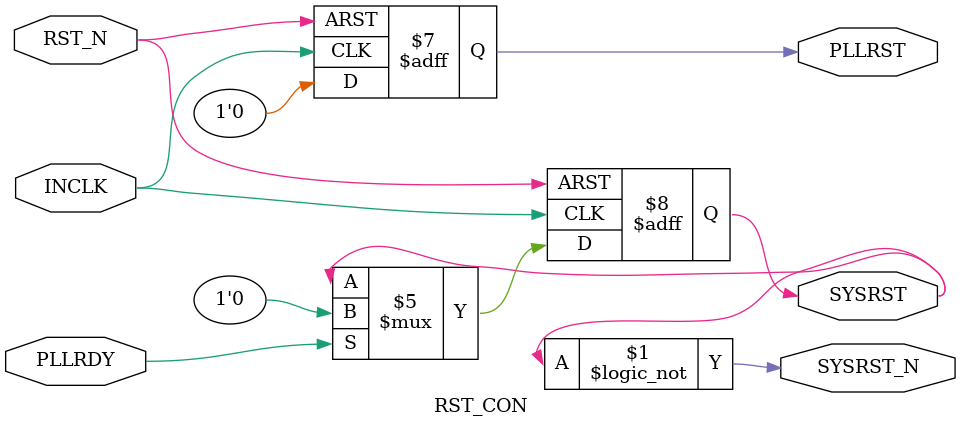
<source format=v>
module RST_CON
(
input INCLK,
input RST_N,
input PLLRDY,
output reg PLLRST,
output reg SYSRST,
output SYSRST_N
 );
assign SYSRST_N=!SYSRST;
always @(posedge INCLK or negedge RST_N)
begin
	if(!RST_N)
	begin
		PLLRST<=1'b1;
		SYSRST<=1'b1;
	end
	else
	begin
		PLLRST<=1'b0;
		if(PLLRDY)
			SYSRST<=1'b0;
		else
			SYSRST<=SYSRST;
	end
end

endmodule

</source>
